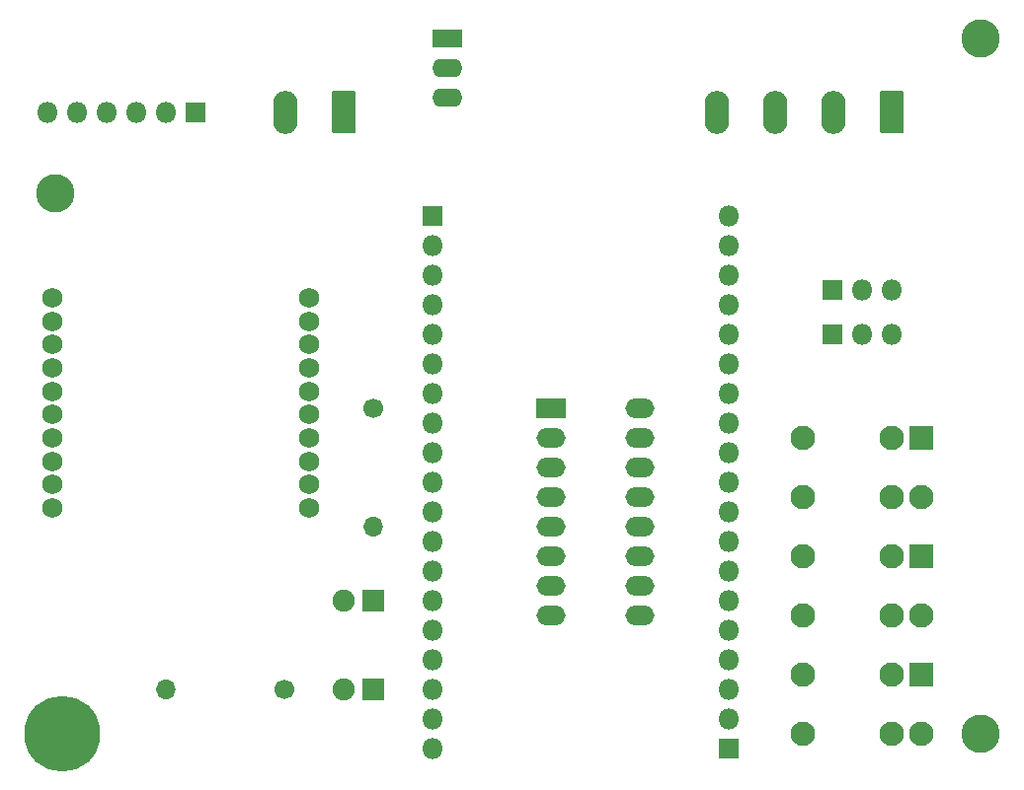
<source format=gbr>
%TF.GenerationSoftware,KiCad,Pcbnew,(5.1.6)-1*%
%TF.CreationDate,2021-03-23T21:23:30+01:00*%
%TF.ProjectId,RiderDetection,52696465-7244-4657-9465-6374696f6e2e,rev?*%
%TF.SameCoordinates,Original*%
%TF.FileFunction,Soldermask,Bot*%
%TF.FilePolarity,Negative*%
%FSLAX46Y46*%
G04 Gerber Fmt 4.6, Leading zero omitted, Abs format (unit mm)*
G04 Created by KiCad (PCBNEW (5.1.6)-1) date 2021-03-23 21:23:30*
%MOMM*%
%LPD*%
G01*
G04 APERTURE LIST*
%ADD10C,1.727200*%
%ADD11C,3.300000*%
%ADD12C,0.900000*%
%ADD13C,6.500000*%
%ADD14C,2.100000*%
%ADD15R,2.100000X2.100000*%
%ADD16O,2.600000X1.600000*%
%ADD17R,2.600000X1.600000*%
%ADD18O,2.500000X1.700000*%
%ADD19R,2.500000X1.700000*%
%ADD20O,2.100000X3.700000*%
%ADD21O,1.700000X1.700000*%
%ADD22C,1.700000*%
%ADD23O,1.800000X1.800000*%
%ADD24R,1.800000X1.800000*%
%ADD25C,1.900000*%
%ADD26R,1.900000X1.900000*%
G04 APERTURE END LIST*
D10*
%TO.C,JP1*%
X53771800Y-93659960D03*
X53771800Y-91658440D03*
X53771800Y-89659460D03*
X53771800Y-87657940D03*
X53771800Y-85658960D03*
X53771800Y-83659980D03*
X53771800Y-81658460D03*
X53771800Y-79659480D03*
X53771800Y-77657960D03*
X53771800Y-75658980D03*
X75768200Y-75658980D03*
X75768200Y-77657960D03*
X75768200Y-79659480D03*
X75768200Y-81658460D03*
X75768200Y-83659980D03*
X75768200Y-85658960D03*
X75768200Y-87657940D03*
X75768200Y-89659460D03*
X75768200Y-91658440D03*
X75768200Y-93659960D03*
%TD*%
D11*
%TO.C,H4*%
X53975000Y-66675000D03*
%TD*%
D12*
%TO.C,H3*%
X56307056Y-111332944D03*
X54610000Y-110630000D03*
X52912944Y-111332944D03*
X52210000Y-113030000D03*
X52912944Y-114727056D03*
X54610000Y-115430000D03*
X56307056Y-114727056D03*
X57010000Y-113030000D03*
D13*
X54610000Y-113030000D03*
%TD*%
D11*
%TO.C,H2*%
X133350000Y-53340000D03*
%TD*%
%TO.C,H1*%
X133350000Y-113030000D03*
%TD*%
D14*
%TO.C,K3*%
X118110000Y-87630000D03*
X118110000Y-92710000D03*
X125730000Y-87630000D03*
D15*
X128270000Y-87630000D03*
D14*
X125730000Y-92710000D03*
X128270000Y-92710000D03*
%TD*%
%TO.C,K2*%
X118110000Y-97790000D03*
X118110000Y-102870000D03*
X125730000Y-97790000D03*
D15*
X128270000Y-97790000D03*
D14*
X125730000Y-102870000D03*
X128270000Y-102870000D03*
%TD*%
%TO.C,K1*%
X118110000Y-107950000D03*
X118110000Y-113030000D03*
X125730000Y-107950000D03*
D15*
X128270000Y-107950000D03*
D14*
X125730000Y-113030000D03*
X128270000Y-113030000D03*
%TD*%
D16*
%TO.C,U2*%
X87630000Y-58420000D03*
X87630000Y-55880000D03*
D17*
X87630000Y-53340000D03*
%TD*%
D18*
%TO.C,U1*%
X104140000Y-85090000D03*
X96520000Y-102870000D03*
X104140000Y-87630000D03*
X96520000Y-100330000D03*
X104140000Y-90170000D03*
X96520000Y-97790000D03*
X104140000Y-92710000D03*
X96520000Y-95250000D03*
X104140000Y-95250000D03*
X96520000Y-92710000D03*
X104140000Y-97790000D03*
X96520000Y-90170000D03*
X104140000Y-100330000D03*
X96520000Y-87630000D03*
X104140000Y-102870000D03*
D19*
X96520000Y-85090000D03*
%TD*%
D20*
%TO.C,STARTLIGHT0*%
X110730000Y-59690000D03*
X115730000Y-59690000D03*
X120730000Y-59690000D03*
G36*
G01*
X126780000Y-58102500D02*
X126780000Y-61277500D01*
G75*
G02*
X126517500Y-61540000I-262500J0D01*
G01*
X124942500Y-61540000D01*
G75*
G02*
X124680000Y-61277500I0J262500D01*
G01*
X124680000Y-58102500D01*
G75*
G02*
X124942500Y-57840000I262500J0D01*
G01*
X126517500Y-57840000D01*
G75*
G02*
X126780000Y-58102500I0J-262500D01*
G01*
G37*
%TD*%
D21*
%TO.C,R2*%
X63500000Y-109220000D03*
D22*
X73660000Y-109220000D03*
%TD*%
D21*
%TO.C,R1*%
X81280000Y-95250000D03*
D22*
X81280000Y-85090000D03*
%TD*%
D20*
%TO.C,PWR0*%
X73740000Y-59690000D03*
G36*
G01*
X79790000Y-58102500D02*
X79790000Y-61277500D01*
G75*
G02*
X79527500Y-61540000I-262500J0D01*
G01*
X77952500Y-61540000D01*
G75*
G02*
X77690000Y-61277500I0J262500D01*
G01*
X77690000Y-58102500D01*
G75*
G02*
X77952500Y-57840000I262500J0D01*
G01*
X79527500Y-57840000D01*
G75*
G02*
X79790000Y-58102500I0J-262500D01*
G01*
G37*
%TD*%
D23*
%TO.C,J5*%
X125730000Y-78740000D03*
X123190000Y-78740000D03*
D24*
X120650000Y-78740000D03*
%TD*%
D23*
%TO.C,J4*%
X125730000Y-74930000D03*
X123190000Y-74930000D03*
D24*
X120650000Y-74930000D03*
%TD*%
D23*
%TO.C,J3*%
X53340000Y-59690000D03*
X55880000Y-59690000D03*
X58420000Y-59690000D03*
X60960000Y-59690000D03*
X63500000Y-59690000D03*
D24*
X66040000Y-59690000D03*
%TD*%
D23*
%TO.C,J2*%
X111760000Y-68580000D03*
X111760000Y-71120000D03*
X111760000Y-73660000D03*
X111760000Y-76200000D03*
X111760000Y-78740000D03*
X111760000Y-81280000D03*
X111760000Y-83820000D03*
X111760000Y-86360000D03*
X111760000Y-88900000D03*
X111760000Y-91440000D03*
X111760000Y-93980000D03*
X111760000Y-96520000D03*
X111760000Y-99060000D03*
X111760000Y-101600000D03*
X111760000Y-104140000D03*
X111760000Y-106680000D03*
X111760000Y-109220000D03*
X111760000Y-111760000D03*
D24*
X111760000Y-114300000D03*
%TD*%
D23*
%TO.C,J1*%
X86360000Y-114300000D03*
X86360000Y-111760000D03*
X86360000Y-109220000D03*
X86360000Y-106680000D03*
X86360000Y-104140000D03*
X86360000Y-101600000D03*
X86360000Y-99060000D03*
X86360000Y-96520000D03*
X86360000Y-93980000D03*
X86360000Y-91440000D03*
X86360000Y-88900000D03*
X86360000Y-86360000D03*
X86360000Y-83820000D03*
X86360000Y-81280000D03*
X86360000Y-78740000D03*
X86360000Y-76200000D03*
X86360000Y-73660000D03*
X86360000Y-71120000D03*
D24*
X86360000Y-68580000D03*
%TD*%
D25*
%TO.C,D2*%
X78740000Y-109220000D03*
D26*
X81280000Y-109220000D03*
%TD*%
D25*
%TO.C,D1*%
X78740000Y-101600000D03*
D26*
X81280000Y-101600000D03*
%TD*%
M02*

</source>
